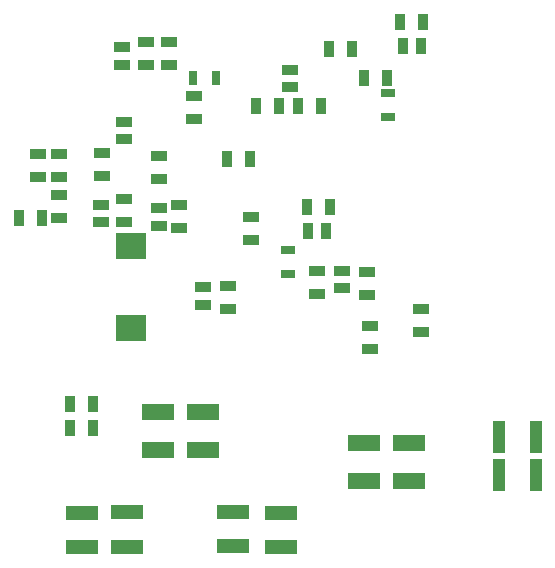
<source format=gbr>
%TF.GenerationSoftware,Altium Limited,Altium Designer,24.3.1 (35)*%
G04 Layer_Color=128*
%FSLAX43Y43*%
%MOMM*%
%TF.SameCoordinates,9DAA59CA-406A-4E62-98C5-13318CB5E6F2*%
%TF.FilePolarity,Positive*%
%TF.FileFunction,Paste,Bot*%
%TF.Part,Single*%
G01*
G75*
%TA.AperFunction,SMDPad,CuDef*%
%ADD30R,2.500X2.200*%
%ADD31R,1.450X0.950*%
%ADD32R,1.350X0.950*%
%ADD33R,0.800X1.250*%
%ADD34R,1.250X0.800*%
%ADD35R,1.000X2.800*%
%ADD36R,2.706X1.205*%
%ADD37R,0.950X1.450*%
%ADD38R,0.950X1.350*%
%ADD39R,2.800X1.350*%
D30*
X16637Y32330D02*
D03*
Y25430D02*
D03*
D31*
X20676Y33874D02*
D03*
Y35824D02*
D03*
X16053Y36332D02*
D03*
Y34382D02*
D03*
X8763Y40142D02*
D03*
Y38192D02*
D03*
X36906Y25562D02*
D03*
Y23612D02*
D03*
X24841Y28966D02*
D03*
Y27016D02*
D03*
X41199Y25085D02*
D03*
Y27035D02*
D03*
X32385Y30236D02*
D03*
Y28286D02*
D03*
X36601Y28260D02*
D03*
Y30210D02*
D03*
X26822Y34833D02*
D03*
Y32883D02*
D03*
X18999Y39964D02*
D03*
Y38014D02*
D03*
X14199Y40269D02*
D03*
Y38319D02*
D03*
X10566Y34763D02*
D03*
Y36713D02*
D03*
X10592Y40142D02*
D03*
Y38192D02*
D03*
X17882Y49616D02*
D03*
Y47666D02*
D03*
X19888Y49641D02*
D03*
Y47691D02*
D03*
X21946Y43145D02*
D03*
Y45095D02*
D03*
D32*
X16053Y42889D02*
D03*
Y41389D02*
D03*
X30074Y47308D02*
D03*
Y45808D02*
D03*
X14072Y35878D02*
D03*
Y34378D02*
D03*
X22708Y27368D02*
D03*
Y28868D02*
D03*
X34519Y30290D02*
D03*
Y28790D02*
D03*
X19050Y35573D02*
D03*
Y34073D02*
D03*
X15900Y49188D02*
D03*
Y47688D02*
D03*
D33*
X23860Y46558D02*
D03*
X21860D02*
D03*
D34*
X29972Y30023D02*
D03*
Y32023D02*
D03*
X38379Y43288D02*
D03*
Y45288D02*
D03*
D35*
X47778Y16180D02*
D03*
X50978D02*
D03*
Y12979D02*
D03*
X47778D02*
D03*
D36*
X25298Y6982D02*
D03*
Y9883D02*
D03*
X16307Y9807D02*
D03*
Y6906D02*
D03*
X29362Y9756D02*
D03*
Y6855D02*
D03*
X12497Y9756D02*
D03*
Y6855D02*
D03*
D37*
X9103Y34722D02*
D03*
X7153D02*
D03*
X13396Y18974D02*
D03*
X11446D02*
D03*
X13396Y16942D02*
D03*
X11446D02*
D03*
X24755Y39776D02*
D03*
X26705D02*
D03*
X27244Y44221D02*
D03*
X29194D02*
D03*
X32776D02*
D03*
X30826D02*
D03*
X36414Y46634D02*
D03*
X38364D02*
D03*
X35367Y49022D02*
D03*
X33417D02*
D03*
X39386Y51333D02*
D03*
X41336D02*
D03*
X33512Y35662D02*
D03*
X31562D02*
D03*
D38*
X33160Y33655D02*
D03*
X31660D02*
D03*
X39661Y49301D02*
D03*
X41161D02*
D03*
D39*
X18974Y15088D02*
D03*
Y18288D02*
D03*
X22784Y15113D02*
D03*
Y18313D02*
D03*
X36347Y12472D02*
D03*
Y15672D02*
D03*
X40208Y12472D02*
D03*
Y15672D02*
D03*
%TF.MD5,362496ea21ffce4e5008e9374ec1378f*%
M02*

</source>
